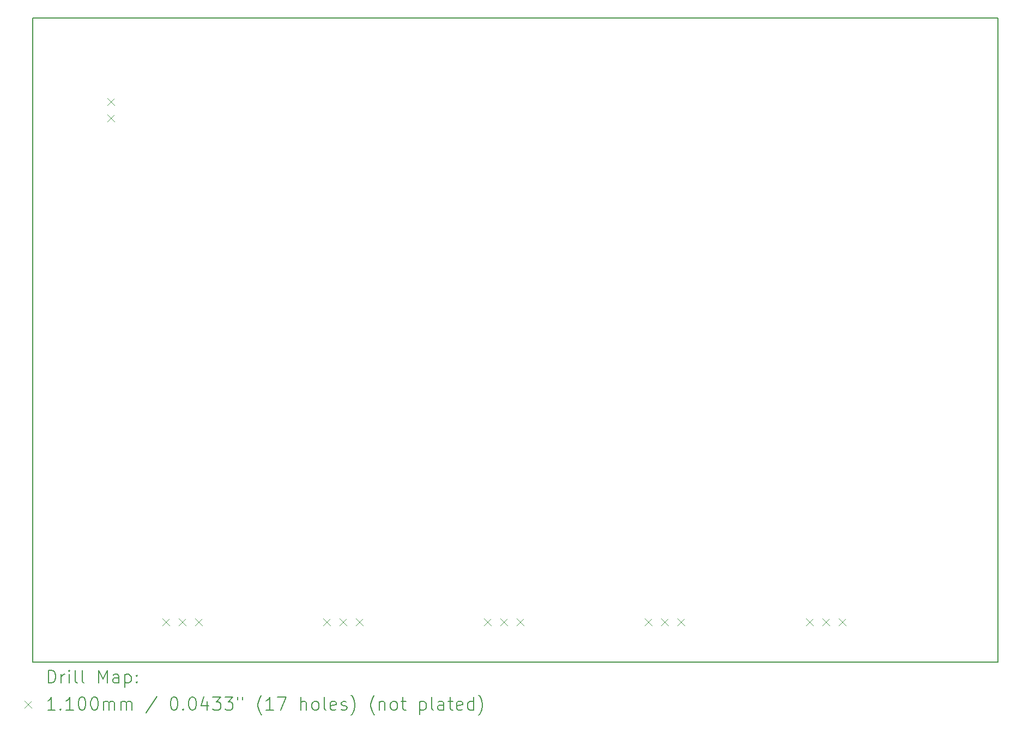
<source format=gbr>
%FSLAX45Y45*%
G04 Gerber Fmt 4.5, Leading zero omitted, Abs format (unit mm)*
G04 Created by KiCad (PCBNEW (6.0.5)) date 2022-06-14 20:52:36*
%MOMM*%
%LPD*%
G01*
G04 APERTURE LIST*
%TA.AperFunction,Profile*%
%ADD10C,0.200000*%
%TD*%
%ADD11C,0.200000*%
%ADD12C,0.110000*%
G04 APERTURE END LIST*
D10*
X2000000Y-2000000D02*
X17000000Y-2000000D01*
X17000000Y-2000000D02*
X17000000Y-12000000D01*
X17000000Y-12000000D02*
X2000000Y-12000000D01*
X2000000Y-12000000D02*
X2000000Y-2000000D01*
D11*
D12*
X3167890Y-3241620D02*
X3277890Y-3351620D01*
X3277890Y-3241620D02*
X3167890Y-3351620D01*
X3167890Y-3495620D02*
X3277890Y-3605620D01*
X3277890Y-3495620D02*
X3167890Y-3605620D01*
X4016000Y-11316000D02*
X4126000Y-11426000D01*
X4126000Y-11316000D02*
X4016000Y-11426000D01*
X4270000Y-11316000D02*
X4380000Y-11426000D01*
X4380000Y-11316000D02*
X4270000Y-11426000D01*
X4524000Y-11316000D02*
X4634000Y-11426000D01*
X4634000Y-11316000D02*
X4524000Y-11426000D01*
X6516000Y-11316000D02*
X6626000Y-11426000D01*
X6626000Y-11316000D02*
X6516000Y-11426000D01*
X6770000Y-11316000D02*
X6880000Y-11426000D01*
X6880000Y-11316000D02*
X6770000Y-11426000D01*
X7024000Y-11316000D02*
X7134000Y-11426000D01*
X7134000Y-11316000D02*
X7024000Y-11426000D01*
X9016000Y-11316000D02*
X9126000Y-11426000D01*
X9126000Y-11316000D02*
X9016000Y-11426000D01*
X9270000Y-11316000D02*
X9380000Y-11426000D01*
X9380000Y-11316000D02*
X9270000Y-11426000D01*
X9524000Y-11316000D02*
X9634000Y-11426000D01*
X9634000Y-11316000D02*
X9524000Y-11426000D01*
X11516000Y-11318000D02*
X11626000Y-11428000D01*
X11626000Y-11318000D02*
X11516000Y-11428000D01*
X11770000Y-11318000D02*
X11880000Y-11428000D01*
X11880000Y-11318000D02*
X11770000Y-11428000D01*
X12024000Y-11318000D02*
X12134000Y-11428000D01*
X12134000Y-11318000D02*
X12024000Y-11428000D01*
X14016000Y-11316000D02*
X14126000Y-11426000D01*
X14126000Y-11316000D02*
X14016000Y-11426000D01*
X14270000Y-11316000D02*
X14380000Y-11426000D01*
X14380000Y-11316000D02*
X14270000Y-11426000D01*
X14524000Y-11316000D02*
X14634000Y-11426000D01*
X14634000Y-11316000D02*
X14524000Y-11426000D01*
D11*
X2247619Y-12320476D02*
X2247619Y-12120476D01*
X2295238Y-12120476D01*
X2323810Y-12130000D01*
X2342857Y-12149048D01*
X2352381Y-12168095D01*
X2361905Y-12206190D01*
X2361905Y-12234762D01*
X2352381Y-12272857D01*
X2342857Y-12291905D01*
X2323810Y-12310952D01*
X2295238Y-12320476D01*
X2247619Y-12320476D01*
X2447619Y-12320476D02*
X2447619Y-12187143D01*
X2447619Y-12225238D02*
X2457143Y-12206190D01*
X2466667Y-12196667D01*
X2485714Y-12187143D01*
X2504762Y-12187143D01*
X2571429Y-12320476D02*
X2571429Y-12187143D01*
X2571429Y-12120476D02*
X2561905Y-12130000D01*
X2571429Y-12139524D01*
X2580952Y-12130000D01*
X2571429Y-12120476D01*
X2571429Y-12139524D01*
X2695238Y-12320476D02*
X2676190Y-12310952D01*
X2666667Y-12291905D01*
X2666667Y-12120476D01*
X2800000Y-12320476D02*
X2780952Y-12310952D01*
X2771429Y-12291905D01*
X2771429Y-12120476D01*
X3028571Y-12320476D02*
X3028571Y-12120476D01*
X3095238Y-12263333D01*
X3161905Y-12120476D01*
X3161905Y-12320476D01*
X3342857Y-12320476D02*
X3342857Y-12215714D01*
X3333333Y-12196667D01*
X3314286Y-12187143D01*
X3276190Y-12187143D01*
X3257143Y-12196667D01*
X3342857Y-12310952D02*
X3323809Y-12320476D01*
X3276190Y-12320476D01*
X3257143Y-12310952D01*
X3247619Y-12291905D01*
X3247619Y-12272857D01*
X3257143Y-12253809D01*
X3276190Y-12244286D01*
X3323809Y-12244286D01*
X3342857Y-12234762D01*
X3438095Y-12187143D02*
X3438095Y-12387143D01*
X3438095Y-12196667D02*
X3457143Y-12187143D01*
X3495238Y-12187143D01*
X3514286Y-12196667D01*
X3523809Y-12206190D01*
X3533333Y-12225238D01*
X3533333Y-12282381D01*
X3523809Y-12301428D01*
X3514286Y-12310952D01*
X3495238Y-12320476D01*
X3457143Y-12320476D01*
X3438095Y-12310952D01*
X3619048Y-12301428D02*
X3628571Y-12310952D01*
X3619048Y-12320476D01*
X3609524Y-12310952D01*
X3619048Y-12301428D01*
X3619048Y-12320476D01*
X3619048Y-12196667D02*
X3628571Y-12206190D01*
X3619048Y-12215714D01*
X3609524Y-12206190D01*
X3619048Y-12196667D01*
X3619048Y-12215714D01*
D12*
X1880000Y-12595000D02*
X1990000Y-12705000D01*
X1990000Y-12595000D02*
X1880000Y-12705000D01*
D11*
X2352381Y-12740476D02*
X2238095Y-12740476D01*
X2295238Y-12740476D02*
X2295238Y-12540476D01*
X2276190Y-12569048D01*
X2257143Y-12588095D01*
X2238095Y-12597619D01*
X2438095Y-12721428D02*
X2447619Y-12730952D01*
X2438095Y-12740476D01*
X2428571Y-12730952D01*
X2438095Y-12721428D01*
X2438095Y-12740476D01*
X2638095Y-12740476D02*
X2523810Y-12740476D01*
X2580952Y-12740476D02*
X2580952Y-12540476D01*
X2561905Y-12569048D01*
X2542857Y-12588095D01*
X2523810Y-12597619D01*
X2761905Y-12540476D02*
X2780952Y-12540476D01*
X2800000Y-12550000D01*
X2809524Y-12559524D01*
X2819048Y-12578571D01*
X2828571Y-12616667D01*
X2828571Y-12664286D01*
X2819048Y-12702381D01*
X2809524Y-12721428D01*
X2800000Y-12730952D01*
X2780952Y-12740476D01*
X2761905Y-12740476D01*
X2742857Y-12730952D01*
X2733333Y-12721428D01*
X2723810Y-12702381D01*
X2714286Y-12664286D01*
X2714286Y-12616667D01*
X2723810Y-12578571D01*
X2733333Y-12559524D01*
X2742857Y-12550000D01*
X2761905Y-12540476D01*
X2952381Y-12540476D02*
X2971428Y-12540476D01*
X2990476Y-12550000D01*
X3000000Y-12559524D01*
X3009524Y-12578571D01*
X3019048Y-12616667D01*
X3019048Y-12664286D01*
X3009524Y-12702381D01*
X3000000Y-12721428D01*
X2990476Y-12730952D01*
X2971428Y-12740476D01*
X2952381Y-12740476D01*
X2933333Y-12730952D01*
X2923809Y-12721428D01*
X2914286Y-12702381D01*
X2904762Y-12664286D01*
X2904762Y-12616667D01*
X2914286Y-12578571D01*
X2923809Y-12559524D01*
X2933333Y-12550000D01*
X2952381Y-12540476D01*
X3104762Y-12740476D02*
X3104762Y-12607143D01*
X3104762Y-12626190D02*
X3114286Y-12616667D01*
X3133333Y-12607143D01*
X3161905Y-12607143D01*
X3180952Y-12616667D01*
X3190476Y-12635714D01*
X3190476Y-12740476D01*
X3190476Y-12635714D02*
X3200000Y-12616667D01*
X3219048Y-12607143D01*
X3247619Y-12607143D01*
X3266667Y-12616667D01*
X3276190Y-12635714D01*
X3276190Y-12740476D01*
X3371428Y-12740476D02*
X3371428Y-12607143D01*
X3371428Y-12626190D02*
X3380952Y-12616667D01*
X3400000Y-12607143D01*
X3428571Y-12607143D01*
X3447619Y-12616667D01*
X3457143Y-12635714D01*
X3457143Y-12740476D01*
X3457143Y-12635714D02*
X3466667Y-12616667D01*
X3485714Y-12607143D01*
X3514286Y-12607143D01*
X3533333Y-12616667D01*
X3542857Y-12635714D01*
X3542857Y-12740476D01*
X3933333Y-12530952D02*
X3761905Y-12788095D01*
X4190476Y-12540476D02*
X4209524Y-12540476D01*
X4228571Y-12550000D01*
X4238095Y-12559524D01*
X4247619Y-12578571D01*
X4257143Y-12616667D01*
X4257143Y-12664286D01*
X4247619Y-12702381D01*
X4238095Y-12721428D01*
X4228571Y-12730952D01*
X4209524Y-12740476D01*
X4190476Y-12740476D01*
X4171428Y-12730952D01*
X4161905Y-12721428D01*
X4152381Y-12702381D01*
X4142857Y-12664286D01*
X4142857Y-12616667D01*
X4152381Y-12578571D01*
X4161905Y-12559524D01*
X4171428Y-12550000D01*
X4190476Y-12540476D01*
X4342857Y-12721428D02*
X4352381Y-12730952D01*
X4342857Y-12740476D01*
X4333333Y-12730952D01*
X4342857Y-12721428D01*
X4342857Y-12740476D01*
X4476190Y-12540476D02*
X4495238Y-12540476D01*
X4514286Y-12550000D01*
X4523810Y-12559524D01*
X4533333Y-12578571D01*
X4542857Y-12616667D01*
X4542857Y-12664286D01*
X4533333Y-12702381D01*
X4523810Y-12721428D01*
X4514286Y-12730952D01*
X4495238Y-12740476D01*
X4476190Y-12740476D01*
X4457143Y-12730952D01*
X4447619Y-12721428D01*
X4438095Y-12702381D01*
X4428571Y-12664286D01*
X4428571Y-12616667D01*
X4438095Y-12578571D01*
X4447619Y-12559524D01*
X4457143Y-12550000D01*
X4476190Y-12540476D01*
X4714286Y-12607143D02*
X4714286Y-12740476D01*
X4666667Y-12530952D02*
X4619048Y-12673809D01*
X4742857Y-12673809D01*
X4800000Y-12540476D02*
X4923810Y-12540476D01*
X4857143Y-12616667D01*
X4885714Y-12616667D01*
X4904762Y-12626190D01*
X4914286Y-12635714D01*
X4923810Y-12654762D01*
X4923810Y-12702381D01*
X4914286Y-12721428D01*
X4904762Y-12730952D01*
X4885714Y-12740476D01*
X4828571Y-12740476D01*
X4809524Y-12730952D01*
X4800000Y-12721428D01*
X4990476Y-12540476D02*
X5114286Y-12540476D01*
X5047619Y-12616667D01*
X5076190Y-12616667D01*
X5095238Y-12626190D01*
X5104762Y-12635714D01*
X5114286Y-12654762D01*
X5114286Y-12702381D01*
X5104762Y-12721428D01*
X5095238Y-12730952D01*
X5076190Y-12740476D01*
X5019048Y-12740476D01*
X5000000Y-12730952D01*
X4990476Y-12721428D01*
X5190476Y-12540476D02*
X5190476Y-12578571D01*
X5266667Y-12540476D02*
X5266667Y-12578571D01*
X5561905Y-12816667D02*
X5552381Y-12807143D01*
X5533333Y-12778571D01*
X5523810Y-12759524D01*
X5514286Y-12730952D01*
X5504762Y-12683333D01*
X5504762Y-12645238D01*
X5514286Y-12597619D01*
X5523810Y-12569048D01*
X5533333Y-12550000D01*
X5552381Y-12521428D01*
X5561905Y-12511905D01*
X5742857Y-12740476D02*
X5628571Y-12740476D01*
X5685714Y-12740476D02*
X5685714Y-12540476D01*
X5666667Y-12569048D01*
X5647619Y-12588095D01*
X5628571Y-12597619D01*
X5809524Y-12540476D02*
X5942857Y-12540476D01*
X5857143Y-12740476D01*
X6171428Y-12740476D02*
X6171428Y-12540476D01*
X6257143Y-12740476D02*
X6257143Y-12635714D01*
X6247619Y-12616667D01*
X6228571Y-12607143D01*
X6200000Y-12607143D01*
X6180952Y-12616667D01*
X6171428Y-12626190D01*
X6380952Y-12740476D02*
X6361905Y-12730952D01*
X6352381Y-12721428D01*
X6342857Y-12702381D01*
X6342857Y-12645238D01*
X6352381Y-12626190D01*
X6361905Y-12616667D01*
X6380952Y-12607143D01*
X6409524Y-12607143D01*
X6428571Y-12616667D01*
X6438095Y-12626190D01*
X6447619Y-12645238D01*
X6447619Y-12702381D01*
X6438095Y-12721428D01*
X6428571Y-12730952D01*
X6409524Y-12740476D01*
X6380952Y-12740476D01*
X6561905Y-12740476D02*
X6542857Y-12730952D01*
X6533333Y-12711905D01*
X6533333Y-12540476D01*
X6714286Y-12730952D02*
X6695238Y-12740476D01*
X6657143Y-12740476D01*
X6638095Y-12730952D01*
X6628571Y-12711905D01*
X6628571Y-12635714D01*
X6638095Y-12616667D01*
X6657143Y-12607143D01*
X6695238Y-12607143D01*
X6714286Y-12616667D01*
X6723809Y-12635714D01*
X6723809Y-12654762D01*
X6628571Y-12673809D01*
X6800000Y-12730952D02*
X6819048Y-12740476D01*
X6857143Y-12740476D01*
X6876190Y-12730952D01*
X6885714Y-12711905D01*
X6885714Y-12702381D01*
X6876190Y-12683333D01*
X6857143Y-12673809D01*
X6828571Y-12673809D01*
X6809524Y-12664286D01*
X6800000Y-12645238D01*
X6800000Y-12635714D01*
X6809524Y-12616667D01*
X6828571Y-12607143D01*
X6857143Y-12607143D01*
X6876190Y-12616667D01*
X6952381Y-12816667D02*
X6961905Y-12807143D01*
X6980952Y-12778571D01*
X6990476Y-12759524D01*
X7000000Y-12730952D01*
X7009524Y-12683333D01*
X7009524Y-12645238D01*
X7000000Y-12597619D01*
X6990476Y-12569048D01*
X6980952Y-12550000D01*
X6961905Y-12521428D01*
X6952381Y-12511905D01*
X7314286Y-12816667D02*
X7304762Y-12807143D01*
X7285714Y-12778571D01*
X7276190Y-12759524D01*
X7266667Y-12730952D01*
X7257143Y-12683333D01*
X7257143Y-12645238D01*
X7266667Y-12597619D01*
X7276190Y-12569048D01*
X7285714Y-12550000D01*
X7304762Y-12521428D01*
X7314286Y-12511905D01*
X7390476Y-12607143D02*
X7390476Y-12740476D01*
X7390476Y-12626190D02*
X7400000Y-12616667D01*
X7419048Y-12607143D01*
X7447619Y-12607143D01*
X7466667Y-12616667D01*
X7476190Y-12635714D01*
X7476190Y-12740476D01*
X7600000Y-12740476D02*
X7580952Y-12730952D01*
X7571428Y-12721428D01*
X7561905Y-12702381D01*
X7561905Y-12645238D01*
X7571428Y-12626190D01*
X7580952Y-12616667D01*
X7600000Y-12607143D01*
X7628571Y-12607143D01*
X7647619Y-12616667D01*
X7657143Y-12626190D01*
X7666667Y-12645238D01*
X7666667Y-12702381D01*
X7657143Y-12721428D01*
X7647619Y-12730952D01*
X7628571Y-12740476D01*
X7600000Y-12740476D01*
X7723809Y-12607143D02*
X7800000Y-12607143D01*
X7752381Y-12540476D02*
X7752381Y-12711905D01*
X7761905Y-12730952D01*
X7780952Y-12740476D01*
X7800000Y-12740476D01*
X8019048Y-12607143D02*
X8019048Y-12807143D01*
X8019048Y-12616667D02*
X8038095Y-12607143D01*
X8076190Y-12607143D01*
X8095238Y-12616667D01*
X8104762Y-12626190D01*
X8114286Y-12645238D01*
X8114286Y-12702381D01*
X8104762Y-12721428D01*
X8095238Y-12730952D01*
X8076190Y-12740476D01*
X8038095Y-12740476D01*
X8019048Y-12730952D01*
X8228571Y-12740476D02*
X8209524Y-12730952D01*
X8200000Y-12711905D01*
X8200000Y-12540476D01*
X8390476Y-12740476D02*
X8390476Y-12635714D01*
X8380952Y-12616667D01*
X8361905Y-12607143D01*
X8323809Y-12607143D01*
X8304762Y-12616667D01*
X8390476Y-12730952D02*
X8371428Y-12740476D01*
X8323809Y-12740476D01*
X8304762Y-12730952D01*
X8295238Y-12711905D01*
X8295238Y-12692857D01*
X8304762Y-12673809D01*
X8323809Y-12664286D01*
X8371428Y-12664286D01*
X8390476Y-12654762D01*
X8457143Y-12607143D02*
X8533333Y-12607143D01*
X8485714Y-12540476D02*
X8485714Y-12711905D01*
X8495238Y-12730952D01*
X8514286Y-12740476D01*
X8533333Y-12740476D01*
X8676190Y-12730952D02*
X8657143Y-12740476D01*
X8619048Y-12740476D01*
X8600000Y-12730952D01*
X8590476Y-12711905D01*
X8590476Y-12635714D01*
X8600000Y-12616667D01*
X8619048Y-12607143D01*
X8657143Y-12607143D01*
X8676190Y-12616667D01*
X8685714Y-12635714D01*
X8685714Y-12654762D01*
X8590476Y-12673809D01*
X8857143Y-12740476D02*
X8857143Y-12540476D01*
X8857143Y-12730952D02*
X8838095Y-12740476D01*
X8800000Y-12740476D01*
X8780952Y-12730952D01*
X8771429Y-12721428D01*
X8761905Y-12702381D01*
X8761905Y-12645238D01*
X8771429Y-12626190D01*
X8780952Y-12616667D01*
X8800000Y-12607143D01*
X8838095Y-12607143D01*
X8857143Y-12616667D01*
X8933333Y-12816667D02*
X8942857Y-12807143D01*
X8961905Y-12778571D01*
X8971429Y-12759524D01*
X8980952Y-12730952D01*
X8990476Y-12683333D01*
X8990476Y-12645238D01*
X8980952Y-12597619D01*
X8971429Y-12569048D01*
X8961905Y-12550000D01*
X8942857Y-12521428D01*
X8933333Y-12511905D01*
M02*

</source>
